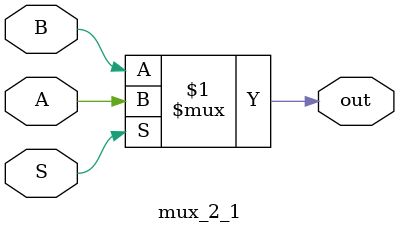
<source format=v>
module mux_2_1 (out, A, B, S);
    input A, B, S;
    output out;

    assign out = S ? A:B;    
endmodule // mux_2_1

</source>
